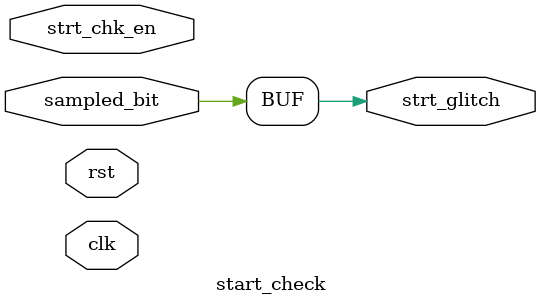
<source format=v>
module start_check (clk, rst, strt_chk_en, sampled_bit, strt_glitch);

input clk, rst, strt_chk_en, sampled_bit;
output strt_glitch;

reg ff;
/*
always@(posedge clk or negedge rst)
begin
    if(!rst)
    ff <= 1'b0;
    else if (strt_chk_en)
    ff <= sampled_bit;
end
*/
assign strt_glitch = sampled_bit;

endmodule
</source>
